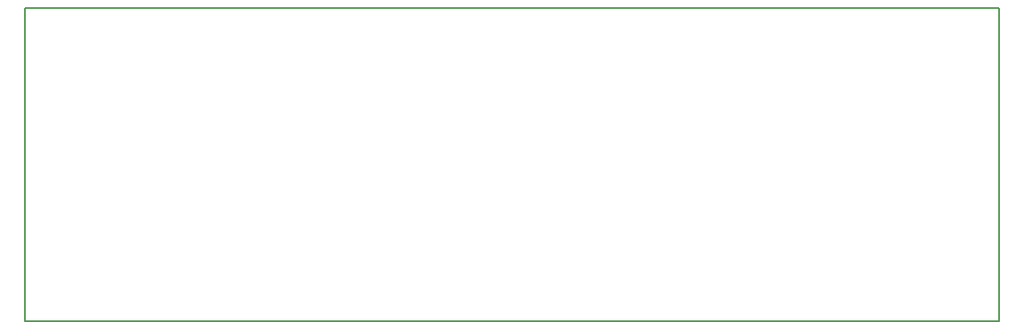
<source format=gbr>
<<<<<<< HEAD
G04 #@! TF.GenerationSoftware,KiCad,Pcbnew,5.1.2*
G04 #@! TF.CreationDate,2020-10-20T13:32:52+02:00*
G04 #@! TF.ProjectId,eaa651fdd346d6544176813de3c28a36,65616136-3531-4666-9464-333436643635,rev?*
G04 #@! TF.SameCoordinates,Original*
G04 #@! TF.FileFunction,Profile,NP*
%FSLAX46Y46*%
G04 Gerber Fmt 4.6, Leading zero omitted, Abs format (unit mm)*
G04 Created by KiCad (PCBNEW 5.1.2) date 2020-10-20 13:32:52*
%MOMM*%
%LPD*%
G04 APERTURE LIST*
%ADD10C,0.150000*%
G04 APERTURE END LIST*
D10*
X97231100Y-121508600D02*
X199771100Y-121508600D01*
X199771100Y-121508600D02*
X199771100Y-88498600D01*
X199771100Y-88498600D02*
X97231100Y-88498600D01*
X97231100Y-88498600D02*
X97231100Y-121508600D01*
M02*
=======
G04 #@! TF.GenerationSoftware,KiCad,Pcbnew,5.1.2*
G04 #@! TF.CreationDate,2020-10-20T13:32:52+02:00*
G04 #@! TF.ProjectId,eaa651fdd346d6544176813de3c28a36,65616136-3531-4666-9464-333436643635,rev?*
G04 #@! TF.SameCoordinates,Original*
G04 #@! TF.FileFunction,Profile,NP*
%FSLAX46Y46*%
G04 Gerber Fmt 4.6, Leading zero omitted, Abs format (unit mm)*
G04 Created by KiCad (PCBNEW 5.1.2) date 2020-10-20 13:32:52*
%MOMM*%
%LPD*%
G04 APERTURE LIST*
%ADD10C,0.150000*%
G04 APERTURE END LIST*
D10*
X97231100Y-121508600D02*
X199771100Y-121508600D01*
X199771100Y-121508600D02*
X199771100Y-88498600D01*
X199771100Y-88498600D02*
X97231100Y-88498600D01*
X97231100Y-88498600D02*
X97231100Y-121508600D01*
M02*
>>>>>>> origin/main

</source>
